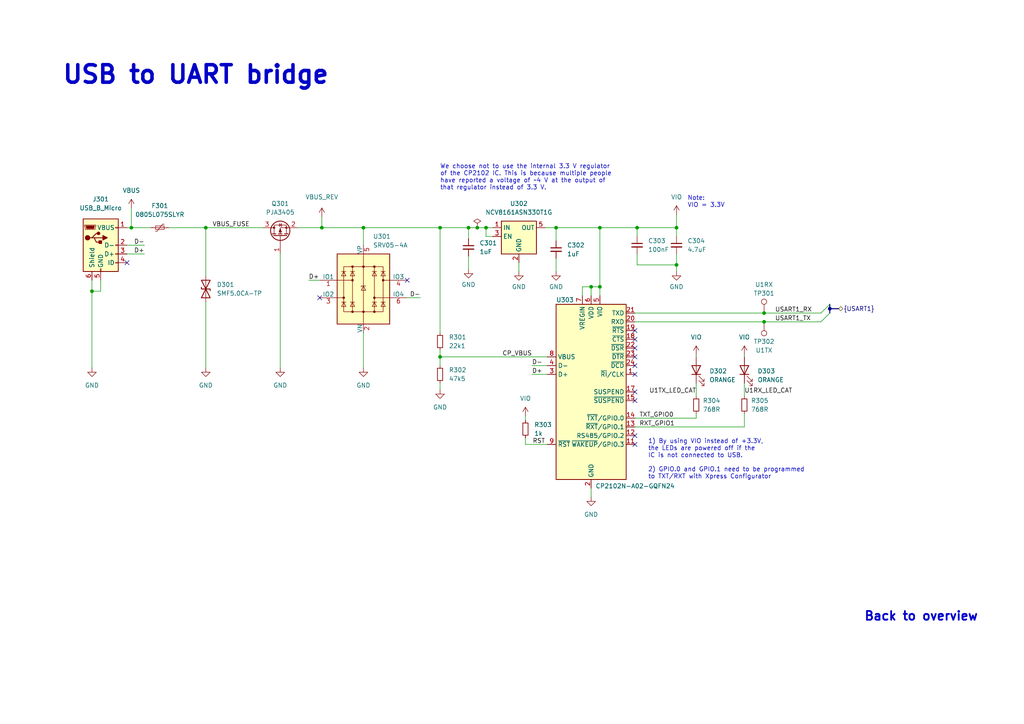
<source format=kicad_sch>
(kicad_sch (version 20230121) (generator eeschema)
  (paper "A4")
  (title_block (title "USB to UART Bridge") (company "EPFL Xplore") (comment 2 "Author: Vincent Nguyen"))
  (lib_symbols
    (symbol "0_connectors:USB_B_Micro" (pin_names (offset 1.016))
      (property "Reference" "J" (at -5.08 11.43 0))
      (property "Value" "USB_B_Micro" (at -5.08 8.89 0))
      (symbol "USB_B_Micro_0_1"
        (rectangle (start -5.08 -7.62) (end 5.08 7.62) (stroke (width 0.254)) (fill (type background)))
        (circle (center -3.81 2.159) (radius 0.635) (stroke (width 0.254)) (fill (type outline)))
        (circle (center -0.635 3.429) (radius 0.381) (stroke (width 0.254)) (fill (type outline)))
        (rectangle (start -0.127 -7.62) (end 0.127 -6.858))
        (polyline (pts (xy -1.905 2.159) (xy 0.635 2.159)) (stroke (width 0.254)))
        (polyline (pts (xy -3.175 2.159) (xy -2.54 2.159) (xy -1.27 3.429) (xy -0.635 3.429)) (stroke (width 0.254)))
        (polyline (pts (xy -2.54 2.159) (xy -1.905 2.159) (xy -1.27 0.889) (xy 0 0.889)) (stroke (width 0.254)))
        (polyline (pts (xy 0.635 2.794) (xy 0.635 1.524) (xy 1.905 2.159) (xy 0.635 2.794)) (stroke (width 0.254)) (fill (type outline)))
        (polyline (pts (xy -4.318 5.588) (xy -1.778 5.588) (xy -2.032 4.826) (xy -4.064 4.826) (xy -4.318 5.588)) (fill (type outline)))
        (polyline (pts (xy -4.699 5.842) (xy -4.699 5.588) (xy -4.445 4.826) (xy -4.445 4.572) (xy -1.651 4.572) (xy -1.651 4.826) (xy -1.397 5.588) (xy -1.397 5.842) (xy -4.699 5.842)))
        (rectangle (start 0.254 1.27) (end -0.508 0.508) (stroke (width 0.254)) (fill (type outline)))
        (rectangle (start 5.08 -5.207) (end 4.318 -4.953))
        (rectangle (start 5.08 -2.667) (end 4.318 -2.413))
        (rectangle (start 5.08 -0.127) (end 4.318 0.127))
        (rectangle (start 5.08 4.953) (end 4.318 5.207))
      )
      (symbol "USB_B_Micro_1_1"
        (pin power_out line (at 7.62 5.08 180) (length 2.54) (name "VBUS") (number "1"))
        (pin bidirectional line (at 7.62 0 180) (length 2.54) (name "D-") (number "2"))
        (pin bidirectional line (at 7.62 -2.54 180) (length 2.54) (name "D+") (number "3"))
        (pin passive line (at 7.62 -5.08 180) (length 2.54) (name "ID") (number "4"))
        (pin power_out line (at 0 -10.16 90) (length 2.54) (name "GND") (number "5"))
        (pin passive line (at -2.54 -10.16 90) (length 2.54) (name "Shield") (number "6"))
      )
    )
    (symbol "0_interface_uart:CP2102N-A02-GQFN24"
      (property "Reference" "U" (at -10.16 26.67 0))
      (property "Value" "CP2102N-A02-GQFN24" (at 0.635 -26.67 0))
      (symbol "CP2102N-A02-GQFN24_0_1"
        (rectangle (start -10.16 25.4) (end 10.16 -25.4) (stroke (width 0.254)) (fill (type background)))
      )
      (symbol "CP2102N-A02-GQFN24_1_1"
        (pin bidirectional line (at 12.7 5.08 180) (length 2.54) (name "~{RI}/CLK") (number "1"))
        (pin no_connect line (at -10.16 -22.86 0) (length 2.54) hide (name "NC") (number "10"))
        (pin bidirectional line (at 12.7 -15.24 180) (length 2.54) (name "~{WAKEUP}/GPIO.3") (number "11"))
        (pin bidirectional line (at 12.7 -12.7 180) (length 2.54) (name "RS485/GPIO.2") (number "12"))
        (pin bidirectional line (at 12.7 -10.16 180) (length 2.54) (name "~{RXT}/GPIO.1") (number "13"))
        (pin bidirectional line (at 12.7 -7.62 180) (length 2.54) (name "~{TXT}/GPIO.0") (number "14"))
        (pin output line (at 12.7 -2.54 180) (length 2.54) (name "~{SUSPEND}") (number "15"))
        (pin no_connect line (at 10.16 -22.86 180) (length 2.54) hide (name "NC") (number "16"))
        (pin output line (at 12.7 0 180) (length 2.54) (name "SUSPEND") (number "17"))
        (pin input line (at 12.7 15.24 180) (length 2.54) (name "~{CTS}") (number "18"))
        (pin output line (at 12.7 17.78 180) (length 2.54) (name "~{RTS}") (number "19"))
        (pin power_in line (at 0 -27.94 90) (length 2.54) (name "GND") (number "2"))
        (pin input line (at 12.7 20.32 180) (length 2.54) (name "RXD") (number "20"))
        (pin output line (at 12.7 22.86 180) (length 2.54) (name "TXD") (number "21"))
        (pin input line (at 12.7 12.7 180) (length 2.54) (name "~{DSR}") (number "22"))
        (pin output line (at 12.7 10.16 180) (length 2.54) (name "~{DTR}") (number "23"))
        (pin input line (at 12.7 7.62 180) (length 2.54) (name "~{DCD}") (number "24"))
        (pin passive line (at 0 -27.94 90) (length 2.54) hide (name "GND") (number "25"))
        (pin bidirectional line (at -12.7 5.08 0) (length 2.54) (name "D+") (number "3"))
        (pin bidirectional line (at -12.7 7.62 0) (length 2.54) (name "D-") (number "4"))
        (pin power_in line (at 2.54 27.94 270) (length 2.54) (name "VIO") (number "5"))
        (pin power_in line (at 0 27.94 270) (length 2.54) (name "VDD") (number "6"))
        (pin power_in line (at -2.54 27.94 270) (length 2.54) (name "VREGIN") (number "7"))
        (pin input line (at -12.7 10.16 0) (length 2.54) (name "VBUS") (number "8"))
        (pin input line (at -12.7 -15.24 0) (length 2.54) (name "~{RST}") (number "9"))
      )
    )
    (symbol "0_power_protection:SMF5.0CA" (pin_numbers hide) (pin_names (offset 1.016) hide)
      (property "Reference" "D" (at 0 6.35 0))
      (property "Value" "SMF5.0CA" (at 3.81 3.81 0))
      (symbol "SMF5.0CA_0_1"
        (polyline (pts (xy 1.27 0) (xy -1.27 0)))
        (polyline (pts (xy 0.508 1.27) (xy 0 1.27) (xy 0 -1.27) (xy -0.508 -1.27)) (stroke (width 0.254)))
        (polyline (pts (xy -2.54 1.27) (xy -2.54 -1.27) (xy 2.54 1.27) (xy 2.54 -1.27) (xy -2.54 1.27)) (stroke (width 0.254)))
      )
      (symbol "SMF5.0CA_1_1"
        (pin passive line (at -3.81 0 0) (length 2.54) (name "A1") (number "1"))
        (pin passive line (at 3.81 0 180) (length 2.54) (name "A2") (number "2"))
      )
    )
    (symbol "0_power_symbols:VBUS_REV" (power) (pin_numbers hide) (in_bom no) (on_board no)
      (property "Value" "VBUS_REV" (at 0 3.81 0))
      (symbol "VBUS_REV_0_1"
        (polyline (pts (xy 0 0) (xy 0 2.54)))
        (polyline (pts (xy 0 2.54) (xy -0.762 1.27)))
        (polyline (pts (xy 0 2.54) (xy 0.762 1.27)))
      )
      (symbol "VBUS_REV_1_1"
        (pin power_in line (at 0 0 90) (length 0) hide (name "VBUS_REV") (number "1"))
      )
    )
    (symbol "0_power_symbols:VIO" (power) (pin_numbers hide) (in_bom no) (on_board no)
      (property "Value" "VIO" (at 0 3.81 0))
      (symbol "VIO_0_1"
        (polyline (pts (xy 0 0) (xy 0 2.54)))
        (polyline (pts (xy 0 2.54) (xy -0.762 1.27)))
        (polyline (pts (xy 0 2.54) (xy 0.762 1.27)))
      )
      (symbol "VIO_1_1"
        (pin power_in line (at 0 0 90) (length 0) hide (name "VIO") (number "1"))
      )
    )
    (symbol "0_regulator_linear:NCV8161ASN330T1G"
      (property "Reference" "U" (at 0 8.89 0))
      (property "Value" "NCV8161ASN330T1G" (at 0 6.35 0))
      (symbol "NCV8161ASN330T1G_0_1"
        (rectangle (start -5.08 4.445) (end 5.08 -5.08) (stroke (width 0.254)) (fill (type background)))
      )
      (symbol "NCV8161ASN330T1G_1_1"
        (pin power_in line (at -7.62 2.54 0) (length 2.54) (name "IN") (number "1"))
        (pin power_in line (at 0 -7.62 90) (length 2.54) (name "GND") (number "2"))
        (pin input line (at -7.62 0 0) (length 2.54) (name "EN") (number "3"))
        (pin no_connect line (at 5.08 0 180) (length 2.54) hide (name "NC") (number "4"))
        (pin power_out line (at 7.62 2.54 180) (length 2.54) (name "OUT") (number "5"))
      )
    )
    (symbol "0_transistor:PJA3405" (pin_names hide)
      (property "Reference" "Q" (at 4.445 1.27 0))
      (property "Value" "PJA3405" (at 4.445 -1.27 0))
      (symbol "PJA3405_0_1"
        (polyline (pts (xy -0.381 0) (xy -3.175 0)))
        (polyline (pts (xy -0.381 1.905) (xy -0.381 -1.905)) (stroke (width 0.254)))
        (polyline (pts (xy 0.127 -1.27) (xy 0.127 -2.286)) (stroke (width 0.254)))
        (polyline (pts (xy 0.127 0.508) (xy 0.127 -0.508)) (stroke (width 0.254)))
        (polyline (pts (xy 0.127 2.286) (xy 0.127 1.27)) (stroke (width 0.254)))
        (polyline (pts (xy 1.905 2.54) (xy 1.905 1.778)))
        (polyline (pts (xy 1.905 -2.54) (xy 1.905 0) (xy 0.127 0)))
        (polyline (pts (xy 0.127 1.778) (xy 2.667 1.778) (xy 2.667 -1.778) (xy 0.127 -1.778)))
        (polyline (pts (xy 1.651 0) (xy 0.635 0.381) (xy 0.635 -0.381) (xy 1.651 0)) (fill (type outline)))
        (polyline (pts (xy 2.159 -0.508) (xy 2.286 -0.381) (xy 3.048 -0.381) (xy 3.175 -0.254)))
        (polyline (pts (xy 2.667 -0.381) (xy 2.286 0.254) (xy 3.048 0.254) (xy 2.667 -0.381)))
        (circle (center 1.016 0) (radius 2.794) (stroke (width 0.254)))
        (circle (center 1.905 -1.778) (radius 0.254) (fill (type outline)))
        (circle (center 1.905 1.778) (radius 0.254) (fill (type outline)))
      )
      (symbol "PJA3405_1_1"
        (pin input line (at -5.715 0 0) (length 2.54) (name "G") (number "1"))
        (pin passive line (at 1.905 -5.08 90) (length 2.54) (name "S") (number "2"))
        (pin passive line (at 1.905 5.08 270) (length 2.54) (name "D") (number "3"))
      )
    )
    (symbol "Connector:TestPoint" (pin_numbers hide) (pin_names (offset 0.762) hide)
      (property "Reference" "TP" (at 0 6.858 0))
      (property "Value" "TestPoint" (at 0 5.08 0))
      (symbol "TestPoint_0_1"
        (circle (center 0 3.302) (radius 0.762))
      )
      (symbol "TestPoint_1_1"
        (pin passive line (at 0 0 90) (length 2.54) (name "1") (number "1"))
      )
    )
    (symbol "Device:C_Small" (pin_numbers hide) (pin_names (offset 0.254) hide)
      (property "Reference" "C" (at 0.254 1.778 0))
      (property "Value" "C_Small" (at 0.254 -2.032 0))
      (symbol "C_Small_0_1"
        (polyline (pts (xy -1.524 -0.508) (xy 1.524 -0.508)) (stroke (width 0.3302)))
        (polyline (pts (xy -1.524 0.508) (xy 1.524 0.508)) (stroke (width 0.3048)))
      )
      (symbol "C_Small_1_1"
        (pin passive line (at 0 2.54 270) (length 2.032) (name "~") (number "1"))
        (pin passive line (at 0 -2.54 90) (length 2.032) (name "~") (number "2"))
      )
    )
    (symbol "Device:LED" (pin_numbers hide) (pin_names (offset 1.016) hide)
      (property "Reference" "D" (at 0 2.54 0))
      (property "Value" "LED" (at 0 -2.54 0))
      (symbol "LED_0_1"
        (polyline (pts (xy -1.27 -1.27) (xy -1.27 1.27)) (stroke (width 0.254)))
        (polyline (pts (xy -1.27 0) (xy 1.27 0)))
        (polyline (pts (xy 1.27 -1.27) (xy 1.27 1.27) (xy -1.27 0) (xy 1.27 -1.27)) (stroke (width 0.254)))
        (polyline (pts (xy -3.048 -0.762) (xy -4.572 -2.286) (xy -3.81 -2.286) (xy -4.572 -2.286) (xy -4.572 -1.524)))
        (polyline (pts (xy -1.778 -0.762) (xy -3.302 -2.286) (xy -2.54 -2.286) (xy -3.302 -2.286) (xy -3.302 -1.524)))
      )
      (symbol "LED_1_1"
        (pin passive line (at -3.81 0 0) (length 2.54) (name "K") (number "1"))
        (pin passive line (at 3.81 0 180) (length 2.54) (name "A") (number "2"))
      )
    )
    (symbol "Device:Polyfuse_Small" (pin_numbers hide) (pin_names (offset 0))
      (property "Reference" "F" (at -1.905 0 90))
      (property "Value" "Polyfuse_Small" (at 1.905 0 90))
      (symbol "Polyfuse_Small_0_1"
        (rectangle (start -0.508 1.27) (end 0.508 -1.27))
        (polyline (pts (xy 0 2.54) (xy 0 -2.54)))
        (polyline (pts (xy -1.016 1.27) (xy -1.016 0.762) (xy 1.016 -0.762) (xy 1.016 -1.27)))
      )
      (symbol "Polyfuse_Small_1_1"
        (pin passive line (at 0 2.54 270) (length 0.635) (name "~") (number "1"))
        (pin passive line (at 0 -2.54 90) (length 0.635) (name "~") (number "2"))
      )
    )
    (symbol "Device:R_Small" (pin_numbers hide) (pin_names (offset 0.254) hide)
      (property "Reference" "R" (at 0.762 0.508 0))
      (property "Value" "R_Small" (at 0.762 -1.016 0))
      (symbol "R_Small_0_1"
        (rectangle (start -0.762 1.778) (end 0.762 -1.778) (stroke (width 0.2032)))
      )
      (symbol "R_Small_1_1"
        (pin passive line (at 0 2.54 270) (length 0.762) (name "~") (number "1"))
        (pin passive line (at 0 -2.54 90) (length 0.762) (name "~") (number "2"))
      )
    )
    (symbol "Power_Protection:SRV05-4" (pin_names (offset 0))
      (property "Reference" "U" (at -5.08 11.43 0))
      (property "Value" "SRV05-4" (at 2.54 11.43 0))
      (symbol "SRV05-4_0_0"
        (rectangle (start -5.715 6.477) (end 5.715 -6.604))
        (polyline (pts (xy -3.175 -6.604) (xy -3.175 6.477)))
        (polyline (pts (xy 3.175 6.477) (xy 3.175 -6.604)))
      )
      (symbol "SRV05-4_0_1"
        (rectangle (start -7.62 10.16) (end 7.62 -10.16) (stroke (width 0.254)) (fill (type background)))
        (circle (center -5.715 -2.54) (radius 0.2794) (fill (type outline)))
        (circle (center -3.175 -6.604) (radius 0.2794) (fill (type outline)))
        (circle (center -3.175 2.54) (radius 0.2794) (fill (type outline)))
        (circle (center -3.175 6.477) (radius 0.2794) (fill (type outline)))
        (circle (center 0 -6.604) (radius 0.2794) (fill (type outline)))
        (polyline (pts (xy -7.747 2.54) (xy -3.175 2.54)))
        (polyline (pts (xy -7.62 -2.54) (xy -5.715 -2.54)))
        (polyline (pts (xy -5.08 -3.81) (xy -6.35 -3.81)))
        (polyline (pts (xy -5.08 5.08) (xy -6.35 5.08)))
        (polyline (pts (xy -2.54 -3.81) (xy -3.81 -3.81)))
        (polyline (pts (xy -2.54 5.08) (xy -3.81 5.08)))
        (polyline (pts (xy 0 10.16) (xy 0 -10.16)))
        (polyline (pts (xy 3.81 -3.81) (xy 2.54 -3.81)))
        (polyline (pts (xy 3.81 5.08) (xy 2.54 5.08)))
        (polyline (pts (xy 6.35 -3.81) (xy 5.08 -3.81)))
        (polyline (pts (xy 6.35 5.08) (xy 5.08 5.08)))
        (polyline (pts (xy 7.62 -2.54) (xy 3.175 -2.54)))
        (polyline (pts (xy 7.62 2.54) (xy 5.715 2.54)))
        (polyline (pts (xy 0.635 0.889) (xy -0.635 0.889) (xy -0.635 0.635)))
        (polyline (pts (xy -5.08 -5.08) (xy -6.35 -5.08) (xy -5.715 -3.81) (xy -5.08 -5.08)))
        (polyline (pts (xy -5.08 3.81) (xy -6.35 3.81) (xy -5.715 5.08) (xy -5.08 3.81)))
        (polyline (pts (xy -2.54 -5.08) (xy -3.81 -5.08) (xy -3.175 -3.81) (xy -2.54 -5.08)))
        (polyline (pts (xy -2.54 3.81) (xy -3.81 3.81) (xy -3.175 5.08) (xy -2.54 3.81)))
        (polyline (pts (xy 0.635 -0.381) (xy -0.635 -0.381) (xy 0 0.889) (xy 0.635 -0.381)))
        (polyline (pts (xy 3.81 -5.08) (xy 2.54 -5.08) (xy 3.175 -3.81) (xy 3.81 -5.08)))
        (polyline (pts (xy 3.81 3.81) (xy 2.54 3.81) (xy 3.175 5.08) (xy 3.81 3.81)))
        (polyline (pts (xy 6.35 -5.08) (xy 5.08 -5.08) (xy 5.715 -3.81) (xy 6.35 -5.08)))
        (polyline (pts (xy 6.35 3.81) (xy 5.08 3.81) (xy 5.715 5.08) (xy 6.35 3.81)))
        (circle (center 0 6.477) (radius 0.2794) (fill (type outline)))
        (circle (center 3.175 -6.604) (radius 0.2794) (fill (type outline)))
        (circle (center 3.175 -2.54) (radius 0.2794) (fill (type outline)))
        (circle (center 3.175 6.477) (radius 0.2794) (fill (type outline)))
        (circle (center 5.715 2.54) (radius 0.2794) (fill (type outline)))
      )
      (symbol "SRV05-4_1_1"
        (pin passive line (at -12.7 2.54 0) (length 5.08) (name "IO1") (number "1"))
        (pin passive line (at 0 -12.7 90) (length 2.54) (name "VN") (number "2"))
        (pin passive line (at -12.7 -2.54 0) (length 5.08) (name "IO2") (number "3"))
        (pin passive line (at 12.7 2.54 180) (length 5.08) (name "IO3") (number "4"))
        (pin passive line (at 0 12.7 270) (length 2.54) (name "VP") (number "5"))
        (pin passive line (at 12.7 -2.54 180) (length 5.08) (name "IO4") (number "6"))
      )
    )
    (symbol "power:GND" (power) (pin_names (offset 0))
      (property "Value" "GND" (at 0 -3.81 0))
      (symbol "GND_0_1"
        (polyline (pts (xy 0 0) (xy 0 -1.27) (xy 1.27 -1.27) (xy 0 -2.54) (xy -1.27 -1.27) (xy 0 -1.27)))
      )
      (symbol "GND_1_1"
        (pin power_in line (at 0 0 270) (length 0) hide (name "GND") (number "1"))
      )
    )
    (symbol "power:PWR_FLAG" (power) (pin_numbers hide) (pin_names (offset 0) hide)
      (property "Value" "PWR_FLAG" (at 0 3.81 0))
      (symbol "PWR_FLAG_0_0"
        (pin power_out line (at 0 0 90) (length 0) (name "pwr") (number "1"))
      )
      (symbol "PWR_FLAG_0_1"
        (polyline (pts (xy 0 0) (xy 0 1.27) (xy -1.016 1.905) (xy 0 2.54) (xy 1.016 1.905) (xy 0 1.27)))
      )
    )
    (symbol "power:VBUS" (power) (pin_names (offset 0))
      (property "Value" "VBUS" (at 0 3.81 0))
      (symbol "VBUS_0_1"
        (polyline (pts (xy -0.762 1.27) (xy 0 2.54)))
        (polyline (pts (xy 0 0) (xy 0 2.54)))
        (polyline (pts (xy 0 2.54) (xy 0.762 1.27)))
      )
      (symbol "VBUS_1_1"
        (pin power_in line (at 0 0 90) (length 0) hide (name "VBUS") (number "1"))
      )
    )
  )
  (junction (at 184.785 66.04))
  (junction (at 59.69 66.04))
  (junction (at 38.1 66.04))
  (junction (at 127.635 103.505))
  (junction (at 26.67 84.455))
  (junction (at 171.45 83.185))
  (junction (at 93.345 66.04))
  (junction (at 221.615 90.805))
  (junction (at 173.99 66.04))
  (junction (at 105.41 66.04))
  (junction (at 173.99 83.185))
  (junction (at 138.43 66.04))
  (junction (at 196.215 76.835))
  (junction (at 135.89 66.04))
  (junction (at 221.615 93.345))
  (junction (at 161.29 66.04))
  (junction (at 240.665 89.535))
  (junction (at 140.97 66.04))
  (junction (at 196.215 66.04))
  (junction (at 127.635 66.04))
  (no_connect (at 184.15 103.505))
  (no_connect (at 184.15 95.885))
  (no_connect (at 118.11 81.28))
  (no_connect (at 92.71 86.36))
  (no_connect (at 36.83 76.2))
  (no_connect (at 184.15 98.425))
  (no_connect (at 184.15 106.045))
  (no_connect (at 184.15 108.585))
  (no_connect (at 184.15 100.965))
  (no_connect (at 184.15 113.665))
  (no_connect (at 184.15 126.365))
  (no_connect (at 184.15 116.205))
  (no_connect (at 184.15 128.905))
  (bus_entry (at 238.125 90.805) (size 2.54 -2.54))
  (bus_entry (at 238.125 93.345) (size 2.54 -2.54))
  (wire (pts (xy 201.93 102.87) (xy 201.93 103.505)))
  (wire (pts (xy 81.28 73.66) (xy 81.28 106.68)))
  (wire (pts (xy 154.305 106.045) (xy 158.75 106.045)))
  (wire (pts (xy 59.69 66.04) (xy 76.2 66.04)))
  (wire (pts (xy 184.15 90.805) (xy 221.615 90.805)))
  (bus (pts (xy 240.665 88.265) (xy 240.665 89.535)))
  (wire (pts (xy 221.615 93.345) (xy 238.125 93.345)))
  (wire (pts (xy 59.69 87.63) (xy 59.69 106.68)))
  (wire (pts (xy 196.215 66.04) (xy 184.785 66.04)))
  (wire (pts (xy 140.97 68.58) (xy 140.97 66.04)))
  (wire (pts (xy 161.29 66.04) (xy 173.99 66.04)))
  (wire (pts (xy 173.99 83.185) (xy 171.45 83.185)))
  (wire (pts (xy 152.4 120.65) (xy 152.4 121.92)))
  (wire (pts (xy 184.15 121.285) (xy 201.93 121.285)))
  (wire (pts (xy 161.29 74.93) (xy 161.29 78.74)))
  (wire (pts (xy 26.67 84.455) (xy 29.21 84.455)))
  (wire (pts (xy 140.97 66.04) (xy 142.875 66.04)))
  (wire (pts (xy 201.93 121.285) (xy 201.93 120.015)))
  (wire (pts (xy 173.99 83.185) (xy 173.99 66.04)))
  (wire (pts (xy 196.215 76.835) (xy 184.785 76.835)))
  (wire (pts (xy 38.1 66.04) (xy 43.815 66.04)))
  (wire (pts (xy 196.215 76.835) (xy 196.215 78.74)))
  (wire (pts (xy 154.305 108.585) (xy 158.75 108.585)))
  (wire (pts (xy 184.15 93.345) (xy 221.615 93.345)))
  (wire (pts (xy 161.29 66.04) (xy 161.29 69.85)))
  (bus (pts (xy 240.665 89.535) (xy 240.665 90.805)))
  (wire (pts (xy 121.92 86.36) (xy 118.11 86.36)))
  (wire (pts (xy 196.215 62.23) (xy 196.215 66.04)))
  (wire (pts (xy 201.93 111.125) (xy 201.93 114.935)))
  (wire (pts (xy 196.215 66.04) (xy 196.215 68.58)))
  (wire (pts (xy 142.875 68.58) (xy 140.97 68.58)))
  (wire (pts (xy 168.91 83.185) (xy 168.91 85.725)))
  (bus (pts (xy 240.665 89.535) (xy 243.205 89.535)))
  (wire (pts (xy 158.115 66.04) (xy 161.29 66.04)))
  (wire (pts (xy 127.635 101.6) (xy 127.635 103.505)))
  (wire (pts (xy 127.635 103.505) (xy 127.635 106.045)))
  (wire (pts (xy 184.785 73.66) (xy 184.785 76.835)))
  (wire (pts (xy 36.83 66.04) (xy 38.1 66.04)))
  (wire (pts (xy 105.41 66.04) (xy 127.635 66.04)))
  (wire (pts (xy 152.4 128.905) (xy 158.75 128.905)))
  (wire (pts (xy 173.99 83.185) (xy 173.99 85.725)))
  (wire (pts (xy 41.91 71.12) (xy 36.83 71.12)))
  (wire (pts (xy 86.36 66.04) (xy 93.345 66.04)))
  (wire (pts (xy 127.635 103.505) (xy 158.75 103.505)))
  (wire (pts (xy 29.21 84.455) (xy 29.21 81.28)))
  (wire (pts (xy 135.89 74.295) (xy 135.89 78.105)))
  (wire (pts (xy 184.785 68.58) (xy 184.785 66.04)))
  (wire (pts (xy 48.895 66.04) (xy 59.69 66.04)))
  (wire (pts (xy 127.635 66.04) (xy 127.635 96.52)))
  (wire (pts (xy 152.4 127) (xy 152.4 128.905)))
  (wire (pts (xy 135.89 66.04) (xy 138.43 66.04)))
  (wire (pts (xy 215.9 102.87) (xy 215.9 103.505)))
  (wire (pts (xy 168.91 83.185) (xy 171.45 83.185)))
  (wire (pts (xy 171.45 141.605) (xy 171.45 144.145)))
  (wire (pts (xy 215.9 123.825) (xy 215.9 120.015)))
  (wire (pts (xy 89.535 81.28) (xy 92.71 81.28)))
  (wire (pts (xy 127.635 111.125) (xy 127.635 113.03)))
  (wire (pts (xy 135.89 66.04) (xy 135.89 69.215)))
  (wire (pts (xy 127.635 66.04) (xy 135.89 66.04)))
  (wire (pts (xy 59.69 66.04) (xy 59.69 80.01)))
  (wire (pts (xy 105.41 66.04) (xy 105.41 71.12)))
  (wire (pts (xy 93.345 66.04) (xy 105.41 66.04)))
  (wire (pts (xy 41.91 73.66) (xy 36.83 73.66)))
  (wire (pts (xy 150.495 76.2) (xy 150.495 78.74)))
  (wire (pts (xy 93.345 62.865) (xy 93.345 66.04)))
  (wire (pts (xy 26.67 84.455) (xy 26.67 106.68)))
  (wire (pts (xy 138.43 66.04) (xy 140.97 66.04)))
  (wire (pts (xy 184.785 66.04) (xy 173.99 66.04)))
  (wire (pts (xy 221.615 90.805) (xy 238.125 90.805)))
  (wire (pts (xy 215.9 111.125) (xy 215.9 114.935)))
  (wire (pts (xy 38.1 60.325) (xy 38.1 66.04)))
  (wire (pts (xy 26.67 81.28) (xy 26.67 84.455)))
  (wire (pts (xy 105.41 96.52) (xy 105.41 106.68)))
  (wire (pts (xy 184.15 123.825) (xy 215.9 123.825)))
  (wire (pts (xy 196.215 76.835) (xy 196.215 73.66)))
  (wire (pts (xy 171.45 83.185) (xy 171.45 85.725)))
  (text "Back to overview" (at 283.845 180.34 0) (effects (font (size 2.54 2.54) (thickness 0.508) bold) (justify right bottom)))
  (text "1) By using VIO instead of +3.3V, \nthe LEDs are powered off if the\nIC is not connected to USB.\n\n2) GPIO.0 and GPIO.1 need to be programmed\nto TXT/RXT with Xpress Configurator\n" (at 187.96 139.065 0) (effects (font (size 1.27 1.27)) (justify left bottom)))
  (text "Note:\nVIO = 3.3V" (at 199.39 60.325 0) (effects (font (size 1.27 1.27)) (justify left bottom)))
  (text "We choose not to use the internal 3.3 V regulator\nof the CP2102 IC. This is because multiple people\nhave reported a voltage of ~4 V at the output of \nthat regulator instead of 3.3 V." (at 127.635 55.245 0) (effects (font (size 1.27 1.27)) (justify left bottom)))
  (text "USB to UART bridge" (at 17.78 24.765 0) (effects (font (size 5.08 5.08) bold) (justify left bottom)))
  (label "CP_VBUS" (at 154.305 103.505 180))
  (label "TXT_GPIO0" (at 185.42 121.285 0))
  (label "USART1_RX" (at 224.79 90.805 0))
  (label "D-" (at 121.92 86.36 180))
  (label "RST" (at 158.115 128.905 180))
  (label "D+" (at 154.305 108.585 0))
  (label "VBUS_FUSE" (at 61.595 66.04 0))
  (label "D+" (at 41.91 73.66 180))
  (label "RXT_GPIO1" (at 185.42 123.825 0))
  (label "D-" (at 154.305 106.045 0))
  (label "D-" (at 41.91 71.12 180))
  (label "D+" (at 89.535 81.28 0))
  (label "USART1_TX" (at 224.79 93.345 0))
  (label "U1RX_LED_CAT" (at 215.9 114.3 0))
  (label "U1TX_LED_CAT" (at 201.93 114.3 180))
  (hierarchical_label "{USART1}" (shape bidirectional) (at 243.205 89.535 0))
  (symbol (lib_id "Connector:TestPoint") (at 221.615 90.805 0) (unit 1) (in_bom no)
    (property "Reference" "TP301" (at 221.615 85.09 0))
    (property "Value" "U1RX" (at 221.615 82.55 0))
    (property "Footprint" "TestPoint:TestPoint_Pad_D1.5mm" (effects hide))
  )
  (symbol (lib_id "Device:R_Small") (at 201.93 117.475 0) (unit 1)
    (property "Reference" "R304" (at 203.835 116.2049 0) (effects (justify left)))
    (property "Value" "768R" (at 203.835 118.7449 0) (effects (justify left)))
    (property "Footprint" "Resistor_SMD:R_0603_1608Metric" (effects hide))
  )
  (symbol (lib_id "Device:C_Small") (at 196.215 71.12 0) (unit 1)
    (property "Reference" "C304" (at 199.39 69.8562 0) (effects (justify left)))
    (property "Value" "4.7uF" (at 199.39 72.3962 0) (effects (justify left)))
    (property "Footprint" "Capacitor_SMD:C_0603_1608Metric" (effects hide))
  )
  (symbol (lib_id "power:GND") (at 161.29 78.74 0) (unit 1)
    (property "Reference" "#PWR0310" (effects hide))
    (property "Value" "GND" (at 161.29 83.185 0))
  )
  (symbol (lib_id "power:GND") (at 196.215 78.74 0) (unit 1)
    (property "Reference" "#PWR0313" (effects hide))
    (property "Value" "GND" (at 196.215 83.185 0))
  )
  (symbol (lib_id "power:GND") (at 150.495 78.74 0) (unit 1)
    (property "Reference" "#PWR0308" (effects hide))
    (property "Value" "GND" (at 150.495 83.185 0))
  )
  (symbol (lib_id "Device:C_Small") (at 184.785 71.12 0) (unit 1)
    (property "Reference" "C303" (at 187.96 69.8562 0) (effects (justify left)))
    (property "Value" "100nF" (at 187.96 72.3962 0) (effects (justify left)))
    (property "Footprint" "Capacitor_SMD:C_0603_1608Metric" (effects hide))
  )
  (symbol (lib_id "Device:C_Small") (at 135.89 71.755 0) (unit 1)
    (property "Reference" "C301" (at 139.065 70.4912 0) (effects (justify left)))
    (property "Value" "1uF" (at 139.065 73.0312 0) (effects (justify left)))
    (property "Footprint" "Capacitor_SMD:C_0402_1005Metric" (effects hide))
  )
  (symbol (lib_id "Device:R_Small") (at 127.635 99.06 0) (unit 1)
    (property "Reference" "R301" (at 130.175 97.7899 0) (effects (justify left)))
    (property "Value" "22k1" (at 130.175 100.3299 0) (effects (justify left)))
    (property "Footprint" "Resistor_SMD:R_0402_1005Metric" (effects hide))
  )
  (symbol (lib_id "0_power_symbols:VIO") (at 152.4 120.65 0) (unit 1) (in_bom no) (on_board no)
    (property "Reference" "#PWR0309" (effects hide))
    (property "Value" "VIO" (at 152.4 115.57 0))
  )
  (symbol (lib_id "power:GND") (at 81.28 106.68 0) (unit 1)
    (property "Reference" "#PWR0304" (effects hide))
    (property "Value" "GND" (at 81.28 111.76 0))
  )
  (symbol (lib_id "0_power_symbols:VBUS_REV") (at 93.345 62.865 0) (unit 1) (in_bom no) (on_board no)
    (property "Reference" "#PWR0316" (effects hide))
    (property "Value" "VBUS_REV" (at 93.345 57.15 0))
  )
  (symbol (lib_id "power:GND") (at 26.67 106.68 0) (unit 1)
    (property "Reference" "#PWR0301" (effects hide))
    (property "Value" "GND" (at 26.67 111.76 0))
  )
  (symbol (lib_id "power:GND") (at 171.45 144.145 0) (unit 1)
    (property "Reference" "#PWR0311" (effects hide))
    (property "Value" "GND" (at 171.45 149.225 0))
  )
  (symbol (lib_id "Connector:TestPoint") (at 221.615 93.345 180) (unit 1) (in_bom no)
    (property "Reference" "TP302" (at 221.615 99.06 0))
    (property "Value" "U1TX" (at 221.615 101.6 0))
    (property "Footprint" "TestPoint:TestPoint_Pad_D1.5mm" (effects hide))
  )
  (symbol (lib_id "Device:LED") (at 215.9 107.315 90) (unit 1)
    (property "Reference" "D303" (at 219.71 107.6324 90) (effects (justify right)))
    (property "Value" "ORANGE" (at 219.71 110.1724 90) (effects (justify right)))
    (property "Footprint" "LED_SMD:LED_0603_1608Metric" (effects hide))
    (property "Datasheet" "https://optoelectronics.liteon.com/upload/download/DS22-2000-222/LTST-C191KFKT.pdf" (effects hide))
    (property "Manufacturer ref" "LTST-C191KFKT" (effects hide))
    (property "Digikey ref" "160-1445-1-ND" (effects hide))
  )
  (symbol (lib_id "Device:C_Small") (at 161.29 72.39 0) (unit 1)
    (property "Reference" "C302" (at 164.465 71.1262 0) (effects (justify left)))
    (property "Value" "1uF" (at 164.465 73.6662 0) (effects (justify left)))
    (property "Footprint" "Capacitor_SMD:C_0402_1005Metric" (effects hide))
  )
  (symbol (lib_id "Device:R_Small") (at 215.9 117.475 180) (unit 1)
    (property "Reference" "R305" (at 217.805 116.2049 0) (effects (justify right)))
    (property "Value" "768R" (at 217.805 118.7449 0) (effects (justify right)))
    (property "Footprint" "Resistor_SMD:R_0603_1608Metric" (effects hide))
  )
  (symbol (lib_id "power:GND") (at 59.69 106.68 0) (unit 1)
    (property "Reference" "#PWR0303" (effects hide))
    (property "Value" "GND" (at 59.69 111.76 0))
  )
  (symbol (lib_id "power:GND") (at 105.41 106.68 0) (unit 1)
    (property "Reference" "#PWR0305" (effects hide))
    (property "Value" "GND" (at 105.41 111.76 0))
  )
  (symbol (lib_id "0_power_symbols:VIO") (at 201.93 102.87 0) (unit 1) (in_bom no) (on_board no)
    (property "Reference" "#PWR0314" (effects hide))
    (property "Value" "VIO" (at 201.93 97.79 0))
  )
  (symbol (lib_id "0_transistor:PJA3405") (at 81.28 67.945 90) (unit 1)
    (property "Reference" "Q301" (at 81.28 59.055 90))
    (property "Value" "PJA3405" (at 81.28 61.595 90))
    (property "Footprint" "Package_TO_SOT_SMD:SOT-23" (effects hide))
    (property "Datasheet" "https://www.panjit.com.tw/upload/datasheet/PJA3405.pdf" (effects hide))
    (property "Manufacturer ref" "PJA3405_R1_00001" (effects hide))
    (property "Digikey ref" "3757-PJA3405_R1_00001CT-ND" (effects hide))
  )
  (symbol (lib_id "Device:Polyfuse_Small") (at 46.355 66.04 90) (unit 1)
    (property "Reference" "F301" (at 46.355 59.69 90))
    (property "Value" "0805L075SLYR" (at 46.355 62.23 90))
    (property "Footprint" "Fuse:Fuse_0805_2012Metric" (effects hide))
    (property "Datasheet" "https://www.littelfuse.com/~/media/electronics/datasheets/resettable_ptcs/littelfuse_ptc_low_rho_datasheet.pdf.pdf" (effects hide))
    (property "Manufacturer ref" "0805L075SLYR" (effects hide))
    (property "Digikey ref" "F4151CT-ND" (effects hide))
  )
  (symbol (lib_id "Power_Protection:SRV05-4") (at 105.41 83.82 0) (unit 1)
    (property "Reference" "U301" (at 108.1787 68.58 0) (effects (justify left)))
    (property "Value" "SRV05-4A" (at 108.1787 71.12 0) (effects (justify left)))
    (property "Footprint" "Package_TO_SOT_SMD:SOT-23-6" (effects hide))
    (property "Datasheet" "http://www.onsemi.com/pub/Collateral/SRV05-4-D.PDF" (effects hide))
    (property "Manufacturer ref" "SRV05-4A" (effects hide))
    (property "Digikey ref" "1655-SRV05-4ACT-ND" (effects hide))
  )
  (symbol (lib_id "Device:LED") (at 201.93 107.315 90) (unit 1)
    (property "Reference" "D302" (at 205.74 107.6324 90) (effects (justify right)))
    (property "Value" "ORANGE" (at 205.74 110.1724 90) (effects (justify right)))
    (property "Footprint" "LED_SMD:LED_0603_1608Metric" (effects hide))
    (property "Datasheet" "https://optoelectronics.liteon.com/upload/download/DS22-2000-222/LTST-C191KFKT.pdf" (effects hide))
    (property "Manufacturer ref" "LTST-C191KFKT" (effects hide))
    (property "Digikey ref" "160-1445-1-ND" (effects hide))
  )
  (symbol (lib_id "0_power_symbols:VIO") (at 196.215 62.23 0) (unit 1) (in_bom no) (on_board no)
    (property "Reference" "#PWR0312" (effects hide))
    (property "Value" "VIO" (at 196.215 57.15 0))
  )
  (symbol (lib_id "Device:R_Small") (at 152.4 124.46 0) (unit 1)
    (property "Reference" "R303" (at 154.94 123.1899 0) (effects (justify left)))
    (property "Value" "1k" (at 154.94 125.7299 0) (effects (justify left)))
    (property "Footprint" "Resistor_SMD:R_0402_1005Metric" (effects hide))
  )
  (symbol (lib_id "0_connectors:USB_B_Micro") (at 29.21 71.12 0) (unit 1)
    (property "Reference" "J301" (at 29.21 57.785 0))
    (property "Value" "USB_B_Micro" (at 29.21 60.325 0))
    (property "Footprint" "0_connectors:USB_Micro-B_Molex-105017-0001" (effects hide))
    (property "Datasheet" "https://www.molex.com/pdm_docs/sd/1050170001_sd.pdf" (effects hide))
    (property "Manufacturer ref" "1050170001" (effects hide))
    (property "Digikey ref" "WM1399CT-ND" (effects hide))
  )
  (symbol (lib_id "0_interface_uart:CP2102N-A02-GQFN24") (at 171.45 113.665 0) (unit 1)
    (property "Reference" "U303" (at 161.29 86.995 0) (effects (justify left)))
    (property "Value" "CP2102N-A02-GQFN24" (at 172.72 140.97 0) (effects (justify left)))
    (property "Footprint" "Package_DFN_QFN:QFN-24-1EP_4x4mm_P0.5mm_EP2.6x2.6mm" (effects hide))
    (property "Datasheet" "https://www.silabs.com/documents/public/data-sheets/cp2102n-datasheet.pdf" (effects hide))
    (property "Manufacturer ref" "CP2102N-A02-GQFN24" (effects hide))
    (property "Digikey ref" "336-5887-ND" (effects hide))
  )
  (symbol (lib_id "power:GND") (at 127.635 113.03 0) (unit 1)
    (property "Reference" "#PWR0306" (effects hide))
    (property "Value" "GND" (at 127.635 118.11 0))
  )
  (symbol (lib_id "0_power_symbols:VIO") (at 215.9 102.87 0) (unit 1) (in_bom no) (on_board no)
    (property "Reference" "#PWR0315" (effects hide))
    (property "Value" "VIO" (at 215.9 97.79 0))
  )
  (symbol (lib_id "Device:R_Small") (at 127.635 108.585 0) (unit 1)
    (property "Reference" "R302" (at 130.175 107.3149 0) (effects (justify left)))
    (property "Value" "47k5" (at 130.175 109.8549 0) (effects (justify left)))
    (property "Footprint" "Resistor_SMD:R_0402_1005Metric" (effects hide))
  )
  (symbol (lib_id "0_power_protection:SMF5.0CA") (at 59.69 83.82 90) (unit 1)
    (property "Reference" "D301" (at 62.865 82.5499 90) (effects (justify right)))
    (property "Value" "SMF5.0CA-TP" (at 62.865 85.0899 90) (effects (justify right)))
    (property "Footprint" "Diode_SMD:D_SOD-123" (effects hide))
    (property "Datasheet" "https://www.mouser.ch/datasheet/2/240/Littelfuse_TVS_Diode_SMF_Datasheet.pdf-1698977.pdf" (effects hide))
    (property "Manufacturer ref" "SMF5.0CA-TP" (effects hide))
    (property "Digikey ref" "353-SMF5.0CA-TPCT-ND" (effects hide))
  )
  (symbol (lib_id "power:GND") (at 135.89 78.105 0) (unit 1)
    (property "Reference" "#PWR0307" (effects hide))
    (property "Value" "GND" (at 135.89 82.55 0))
  )
  (symbol (lib_id "power:PWR_FLAG") (at 138.43 66.04 0) (unit 1) (in_bom no) (on_board no)
    (property "Reference" "#FLG0301" (effects hide))
    (property "Value" "PWR_FLAG" (effects hide))
  )
  (symbol (lib_id "0_regulator_linear:NCV8161ASN330T1G") (at 150.495 68.58 0) (unit 1)
    (property "Reference" "U302" (at 150.495 59.055 0))
    (property "Value" "NCV8161ASN330T1G" (at 150.495 61.595 0))
    (property "Footprint" "Package_TO_SOT_SMD:SOT-23-5" (effects hide))
    (property "Datasheet" "https://www.onsemi.com/pdf/datasheet/ncv8161-d.pdf" (effects hide))
    (property "Manufacturer ref" "NCV8161ASN330T1G" (effects hide))
    (property "Digikey ref" "NCV8161ASN330T1GOSCT-ND" (effects hide))
  )
  (symbol (lib_id "power:VBUS") (at 38.1 60.325 0) (unit 1)
    (property "Reference" "#PWR0302" (effects hide))
    (property "Value" "VBUS" (at 38.1 55.245 0))
  )
)
</source>
